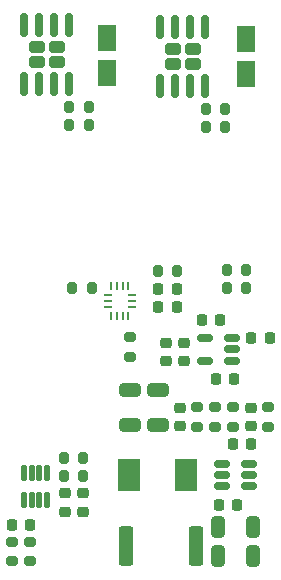
<source format=gbr>
%TF.GenerationSoftware,KiCad,Pcbnew,6.0.7-f9a2dced07~116~ubuntu20.04.1*%
%TF.CreationDate,2022-09-21T16:42:24+02:00*%
%TF.ProjectId,pylot_shield,70796c6f-745f-4736-9869-656c642e6b69,rev?*%
%TF.SameCoordinates,Original*%
%TF.FileFunction,Paste,Top*%
%TF.FilePolarity,Positive*%
%FSLAX46Y46*%
G04 Gerber Fmt 4.6, Leading zero omitted, Abs format (unit mm)*
G04 Created by KiCad (PCBNEW 6.0.7-f9a2dced07~116~ubuntu20.04.1) date 2022-09-21 16:42:24*
%MOMM*%
%LPD*%
G01*
G04 APERTURE LIST*
G04 Aperture macros list*
%AMRoundRect*
0 Rectangle with rounded corners*
0 $1 Rounding radius*
0 $2 $3 $4 $5 $6 $7 $8 $9 X,Y pos of 4 corners*
0 Add a 4 corners polygon primitive as box body*
4,1,4,$2,$3,$4,$5,$6,$7,$8,$9,$2,$3,0*
0 Add four circle primitives for the rounded corners*
1,1,$1+$1,$2,$3*
1,1,$1+$1,$4,$5*
1,1,$1+$1,$6,$7*
1,1,$1+$1,$8,$9*
0 Add four rect primitives between the rounded corners*
20,1,$1+$1,$2,$3,$4,$5,0*
20,1,$1+$1,$4,$5,$6,$7,0*
20,1,$1+$1,$6,$7,$8,$9,0*
20,1,$1+$1,$8,$9,$2,$3,0*%
G04 Aperture macros list end*
%ADD10RoundRect,0.225000X-0.225000X-0.250000X0.225000X-0.250000X0.225000X0.250000X-0.225000X0.250000X0*%
%ADD11RoundRect,0.225000X0.225000X0.250000X-0.225000X0.250000X-0.225000X-0.250000X0.225000X-0.250000X0*%
%ADD12RoundRect,0.250000X-0.325000X-0.650000X0.325000X-0.650000X0.325000X0.650000X-0.325000X0.650000X0*%
%ADD13RoundRect,0.200000X0.200000X0.275000X-0.200000X0.275000X-0.200000X-0.275000X0.200000X-0.275000X0*%
%ADD14RoundRect,0.242500X0.422500X-0.242500X0.422500X0.242500X-0.422500X0.242500X-0.422500X-0.242500X0*%
%ADD15RoundRect,0.150000X0.150000X-0.825000X0.150000X0.825000X-0.150000X0.825000X-0.150000X-0.825000X0*%
%ADD16RoundRect,0.200000X-0.275000X0.200000X-0.275000X-0.200000X0.275000X-0.200000X0.275000X0.200000X0*%
%ADD17R,0.250000X0.675000*%
%ADD18R,0.675000X0.250000*%
%ADD19R,1.903000X2.790000*%
%ADD20RoundRect,0.200000X-0.200000X-0.275000X0.200000X-0.275000X0.200000X0.275000X-0.200000X0.275000X0*%
%ADD21RoundRect,0.200000X0.275000X-0.200000X0.275000X0.200000X-0.275000X0.200000X-0.275000X-0.200000X0*%
%ADD22RoundRect,0.150000X0.512500X0.150000X-0.512500X0.150000X-0.512500X-0.150000X0.512500X-0.150000X0*%
%ADD23RoundRect,0.250000X0.650000X-0.325000X0.650000X0.325000X-0.650000X0.325000X-0.650000X-0.325000X0*%
%ADD24RoundRect,0.250000X-0.362500X-1.425000X0.362500X-1.425000X0.362500X1.425000X-0.362500X1.425000X0*%
%ADD25RoundRect,0.225000X0.250000X-0.225000X0.250000X0.225000X-0.250000X0.225000X-0.250000X-0.225000X0*%
%ADD26R,1.600000X2.200000*%
%ADD27RoundRect,0.125000X0.125000X-0.537500X0.125000X0.537500X-0.125000X0.537500X-0.125000X-0.537500X0*%
%ADD28RoundRect,0.150000X-0.512500X-0.150000X0.512500X-0.150000X0.512500X0.150000X-0.512500X0.150000X0*%
G04 APERTURE END LIST*
D10*
X105600000Y-64925000D03*
X104050000Y-64925000D03*
X99900000Y-63400000D03*
X101450000Y-63400000D03*
D11*
X97746484Y-60750000D03*
X96196484Y-60750000D03*
D12*
X101275001Y-83325001D03*
X104225001Y-83325001D03*
D13*
X90300000Y-45375000D03*
X88650000Y-45375000D03*
D14*
X85925000Y-40300000D03*
X87575000Y-40300000D03*
X85925000Y-41500000D03*
X87575000Y-41500000D03*
D15*
X84845000Y-43375000D03*
X86115000Y-43375000D03*
X87385000Y-43375000D03*
X88655000Y-43375000D03*
X88655000Y-38425000D03*
X87385000Y-38425000D03*
X86115000Y-38425000D03*
X84845000Y-38425000D03*
D16*
X85325000Y-82137500D03*
X85325000Y-83787500D03*
D17*
X92159409Y-63012500D03*
X92659409Y-63012500D03*
X93159409Y-63012500D03*
X93659409Y-63012500D03*
D18*
X93921909Y-62250000D03*
X93921909Y-61750000D03*
X93921909Y-61250000D03*
D17*
X93659409Y-60487500D03*
X93159409Y-60487500D03*
X92659409Y-60487500D03*
X92159409Y-60487500D03*
D18*
X91896909Y-61250000D03*
X91896909Y-61750000D03*
X91896909Y-62250000D03*
D19*
X98526501Y-76525000D03*
X93673501Y-76525000D03*
D20*
X88200000Y-76550000D03*
X89850000Y-76550000D03*
D21*
X101000000Y-72425000D03*
X101000000Y-70775000D03*
D20*
X88200000Y-75025000D03*
X89850000Y-75025000D03*
X88900000Y-60650000D03*
X90550000Y-60650000D03*
D11*
X104025000Y-73900000D03*
X102475000Y-73900000D03*
D22*
X102387500Y-66825000D03*
X102387500Y-65875000D03*
X102387500Y-64925000D03*
X100112500Y-64925000D03*
X100112500Y-66825000D03*
D23*
X96125000Y-72250000D03*
X96125000Y-69300000D03*
D24*
X93437501Y-82525000D03*
X99362501Y-82525000D03*
D10*
X101325001Y-79025000D03*
X102875001Y-79025000D03*
D25*
X88275000Y-79600000D03*
X88275000Y-78050000D03*
D21*
X105500000Y-72425000D03*
X105500000Y-70775000D03*
D12*
X101275001Y-80925000D03*
X104225001Y-80925000D03*
D25*
X98025000Y-72375000D03*
X98025000Y-70825000D03*
D21*
X93810970Y-66481765D03*
X93810970Y-64831765D03*
D13*
X97800000Y-59225000D03*
X96150000Y-59225000D03*
X101850000Y-47050000D03*
X100200000Y-47050000D03*
D25*
X96850000Y-66850000D03*
X96850000Y-65300000D03*
D13*
X90300000Y-46875000D03*
X88650000Y-46875000D03*
D25*
X89775000Y-79600000D03*
X89775000Y-78050000D03*
D16*
X83825000Y-82137500D03*
X83825000Y-83787500D03*
D14*
X97450000Y-40475000D03*
X97450000Y-41675000D03*
X99100000Y-40475000D03*
X99100000Y-41675000D03*
D15*
X96370000Y-43550000D03*
X97640000Y-43550000D03*
X98910000Y-43550000D03*
X100180000Y-43550000D03*
X100180000Y-38600000D03*
X98910000Y-38600000D03*
X97640000Y-38600000D03*
X96370000Y-38600000D03*
D13*
X101850000Y-45550000D03*
X100200000Y-45550000D03*
D11*
X102600000Y-68350000D03*
X101050000Y-68350000D03*
D26*
X103575000Y-42550000D03*
X103575000Y-39550000D03*
D11*
X97744460Y-62262652D03*
X96194460Y-62262652D03*
D27*
X84800000Y-78600000D03*
X85450000Y-78600000D03*
X86100000Y-78600000D03*
X86750000Y-78600000D03*
X86750000Y-76325000D03*
X86100000Y-76325000D03*
X85450000Y-76325000D03*
X84800000Y-76325000D03*
D20*
X102000000Y-60675000D03*
X103650000Y-60675000D03*
D23*
X93799998Y-72250000D03*
X93799998Y-69300000D03*
D20*
X102000000Y-59150000D03*
X103650000Y-59150000D03*
D25*
X104000000Y-72375000D03*
X104000000Y-70825000D03*
X98350000Y-66850000D03*
X98350000Y-65300000D03*
D11*
X85350000Y-80712500D03*
X83800000Y-80712500D03*
D21*
X102500000Y-72425000D03*
X102500000Y-70775000D03*
D28*
X101552501Y-75575000D03*
X101552501Y-76525000D03*
X101552501Y-77475000D03*
X103827501Y-77475000D03*
X103827501Y-76525000D03*
X103827501Y-75575000D03*
D21*
X99500000Y-72425000D03*
X99500000Y-70775000D03*
D26*
X91875000Y-42500000D03*
X91875000Y-39500000D03*
M02*

</source>
